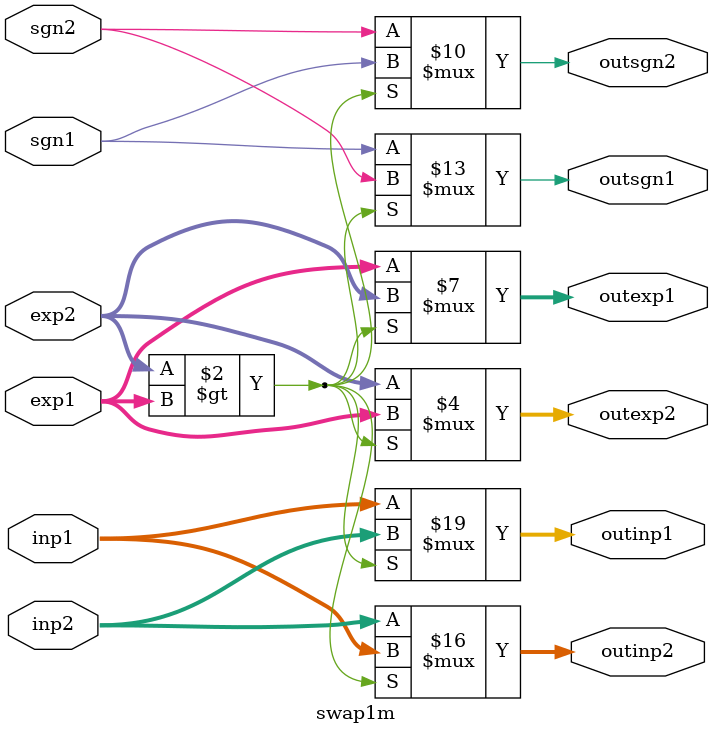
<source format=v>




module swap1m (inp1,sgn1,exp1,inp2,sgn2,exp2,outinp1,outsgn1,outexp1,outinp2,outsgn2,outexp2);
input [10:0] inp1;//first one reserved for before floating point
input [10:0] inp2;//first one reserved for before floating point
input sgn1,sgn2;
input [4:0] exp1;
input [4:0] exp2;

output reg [10:0] outinp1;//first one reserved for before floating point
output reg [10:0] outinp2;//first one reserved for before floating point
output reg outsgn1,outsgn2;
output reg [4:0] outexp1;
output reg [4:0] outexp2;

always @ ( * ) begin




if (exp2>exp1)
begin
  outinp1 <= inp2;
  outinp2 <= inp1;
  outsgn1 <= sgn2;
  outsgn2 <= sgn1;
  outexp1 <= exp2;
  outexp2 <= exp1;

end


else
begin
outinp1 <= inp1;
outinp2 <= inp2;
outsgn1 <= sgn1;
outsgn2 <= sgn2;
outexp1 <= exp1;
outexp2 <= exp2;


end
end

endmodule // swapinp1,sgn1,exp1,inp2,sgn2,exp2,1

</source>
